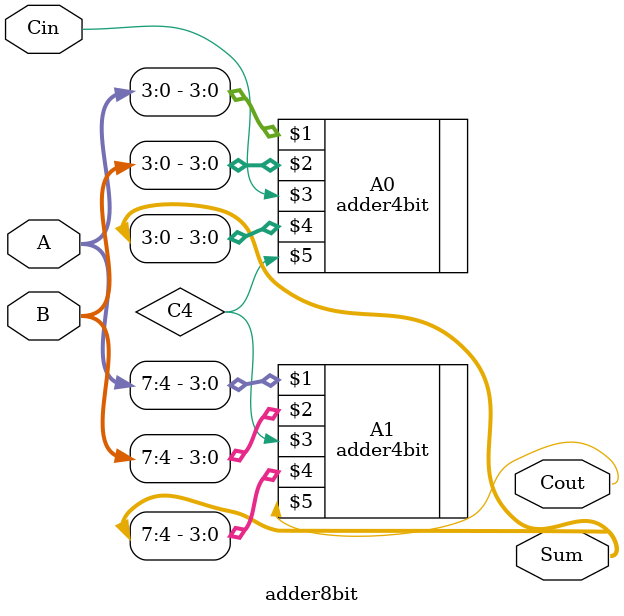
<source format=sv>
`timescale 1ns / 1ps


module adder8bit(
    input wire [7:0] A,
    input wire [7:0] B,
    input wire Cin,
    output wire [7:0] Sum,
    output wire Cout
    );
    wire C4;
    adder4bit A0(A[3:0], B[3:0], Cin, Sum[3:0], C4);
    adder4bit A1(A[7:4], B[7:4], C4, Sum[7:4], Cout);
endmodule

</source>
